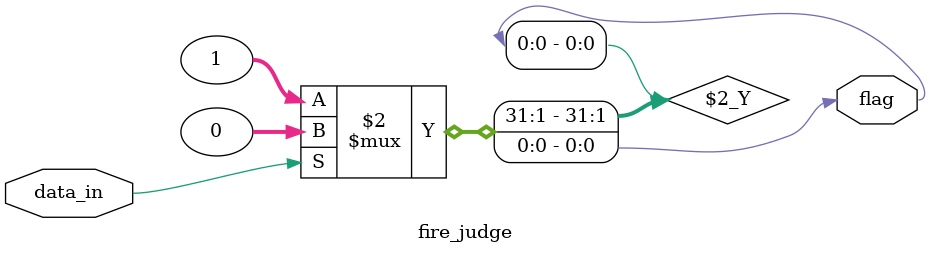
<source format=v>
`timescale 1ns / 1ps
module fire_judge(
	input data_in,
	output flag
    );
	
	assign flag = (~data_in) ? 1 : 0;


endmodule

</source>
